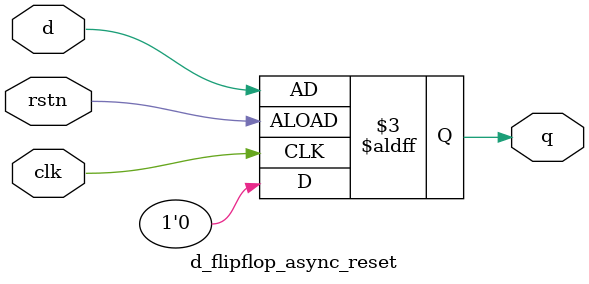
<source format=v>
module d_flipflop_async_reset (
    input clk, 
    input rstn, 
    input d, 
    output reg q
);
  always @(posedge clk or posedge rstn) begin
      if (!rstn)
            q <= 0;
        else
            q <= d;
    end
endmodule

</source>
